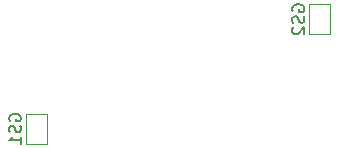
<source format=gbo>
G04 #@! TF.FileFunction,Legend,Bot*
%FSLAX46Y46*%
G04 Gerber Fmt 4.6, Leading zero omitted, Abs format (unit mm)*
G04 Created by KiCad (PCBNEW 4.0.7-e2-6376~58~ubuntu16.04.1) date Tue Feb  6 21:40:40 2018*
%MOMM*%
%LPD*%
G01*
G04 APERTURE LIST*
%ADD10C,0.100000*%
%ADD11C,0.120000*%
%ADD12C,0.150000*%
G04 APERTURE END LIST*
D10*
D11*
X132970000Y-75057000D02*
X132970000Y-77597000D01*
X131190000Y-77597000D02*
X131190000Y-75057000D01*
X131190000Y-77597000D02*
X132970000Y-77597000D01*
X132970000Y-75057000D02*
X131190000Y-75057000D01*
X156973000Y-65786000D02*
X156973000Y-68326000D01*
X155193000Y-68326000D02*
X155193000Y-65786000D01*
X155193000Y-68326000D02*
X156973000Y-68326000D01*
X156973000Y-65786000D02*
X155193000Y-65786000D01*
D12*
X129800000Y-75636524D02*
X129752381Y-75541286D01*
X129752381Y-75398429D01*
X129800000Y-75255571D01*
X129895238Y-75160333D01*
X129990476Y-75112714D01*
X130180952Y-75065095D01*
X130323810Y-75065095D01*
X130514286Y-75112714D01*
X130609524Y-75160333D01*
X130704762Y-75255571D01*
X130752381Y-75398429D01*
X130752381Y-75493667D01*
X130704762Y-75636524D01*
X130657143Y-75684143D01*
X130323810Y-75684143D01*
X130323810Y-75493667D01*
X130704762Y-76065095D02*
X130752381Y-76207952D01*
X130752381Y-76446048D01*
X130704762Y-76541286D01*
X130657143Y-76588905D01*
X130561905Y-76636524D01*
X130466667Y-76636524D01*
X130371429Y-76588905D01*
X130323810Y-76541286D01*
X130276190Y-76446048D01*
X130228571Y-76255571D01*
X130180952Y-76160333D01*
X130133333Y-76112714D01*
X130038095Y-76065095D01*
X129942857Y-76065095D01*
X129847619Y-76112714D01*
X129800000Y-76160333D01*
X129752381Y-76255571D01*
X129752381Y-76493667D01*
X129800000Y-76636524D01*
X130752381Y-77588905D02*
X130752381Y-77017476D01*
X130752381Y-77303190D02*
X129752381Y-77303190D01*
X129895238Y-77207952D01*
X129990476Y-77112714D01*
X130038095Y-77017476D01*
X153803000Y-66365524D02*
X153755381Y-66270286D01*
X153755381Y-66127429D01*
X153803000Y-65984571D01*
X153898238Y-65889333D01*
X153993476Y-65841714D01*
X154183952Y-65794095D01*
X154326810Y-65794095D01*
X154517286Y-65841714D01*
X154612524Y-65889333D01*
X154707762Y-65984571D01*
X154755381Y-66127429D01*
X154755381Y-66222667D01*
X154707762Y-66365524D01*
X154660143Y-66413143D01*
X154326810Y-66413143D01*
X154326810Y-66222667D01*
X154707762Y-66794095D02*
X154755381Y-66936952D01*
X154755381Y-67175048D01*
X154707762Y-67270286D01*
X154660143Y-67317905D01*
X154564905Y-67365524D01*
X154469667Y-67365524D01*
X154374429Y-67317905D01*
X154326810Y-67270286D01*
X154279190Y-67175048D01*
X154231571Y-66984571D01*
X154183952Y-66889333D01*
X154136333Y-66841714D01*
X154041095Y-66794095D01*
X153945857Y-66794095D01*
X153850619Y-66841714D01*
X153803000Y-66889333D01*
X153755381Y-66984571D01*
X153755381Y-67222667D01*
X153803000Y-67365524D01*
X153850619Y-67746476D02*
X153803000Y-67794095D01*
X153755381Y-67889333D01*
X153755381Y-68127429D01*
X153803000Y-68222667D01*
X153850619Y-68270286D01*
X153945857Y-68317905D01*
X154041095Y-68317905D01*
X154183952Y-68270286D01*
X154755381Y-67698857D01*
X154755381Y-68317905D01*
M02*

</source>
